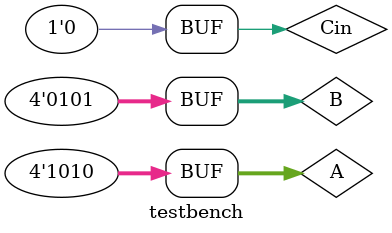
<source format=v>
module testbench;
    reg [3:0] A, B;
    reg Cin;
    wire [3:0] Sum;
    wire Cout;
    
    four_bit_adder uut (.A(A), .B(B), .Cin(Cin), .Sum(Sum), .Cout(Cout));
    
    initial begin
        $monitor("A = %b, B = %b, Cin = %b, Sum = %b, Cout = %b", A, B, Cin, Sum, Cout);

        
        A = 4'b0001; B = 4'b0010; Cin = 1'b0; #10;
        A = 4'b0101; B = 4'b0011;  #10;
        A = 4'b1111; B = 4'b0001;  #10;
        A = 4'b1010; B = 4'b0101; #10;
        
      $dumpfile("waveforms.vcd");
      $dumpvars(0,testbench);
    end
endmodule

</source>
